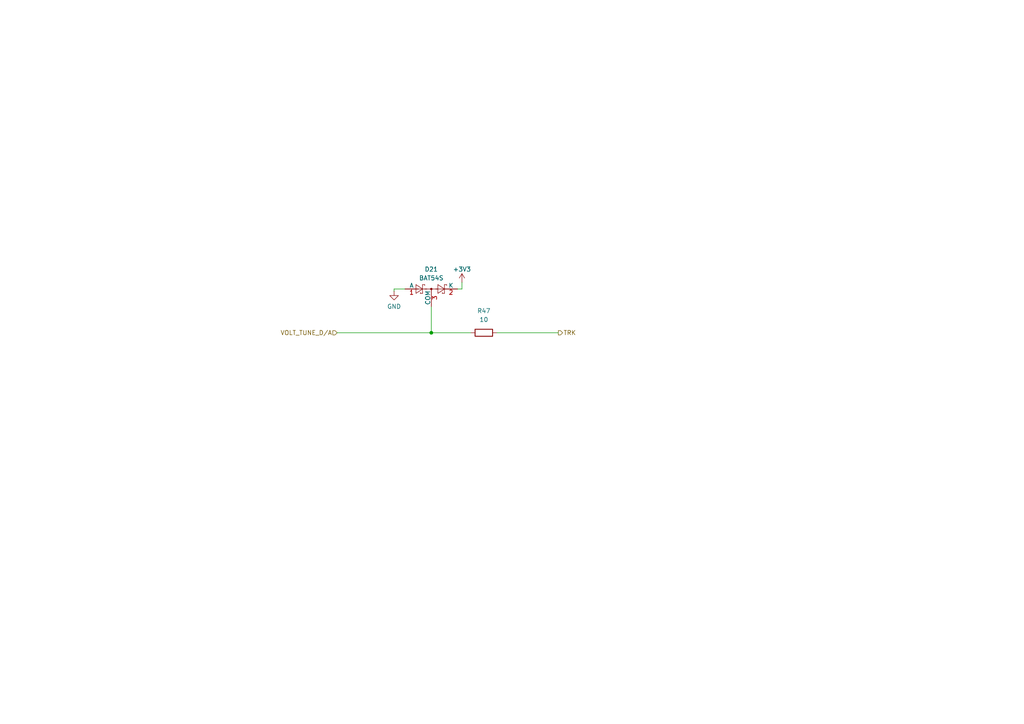
<source format=kicad_sch>
(kicad_sch (version 20231120) (generator "eeschema") (generator_version "8.0")
  (paper "A4")
  (title_block (comment 1 "Designed by: Nicholas semmens, Zeeshan Haque"))
  (lib_symbols
    (symbol "Device:R" (pin_numbers hide) (pin_names (offset 0))
      (property "Reference" "R" (at 2.032 0 90))
      (property "Value" "R" (at 0 0 90))
      (symbol "R_0_1"
        (rectangle (start -1.016 -2.54) (end 1.016 2.54) (stroke (width 0.254)))
      )
      (symbol "R_1_1"
        (pin passive line (at 0 3.81 270) (length 1.27) (name "~") (number "1"))
        (pin passive line (at 0 -3.81 90) (length 1.27) (name "~") (number "2"))
      )
    )
    (symbol "Diode:BAT54S" (pin_names (offset 0))
      (property "Reference" "D" (at 2.54 -5.08 0))
      (property "Value" "BAT54S" (at -6.35 3.175 0))
      (symbol "BAT54S_0_1"
        (polyline (pts (xy -3.81 0) (xy -1.27 0)))
        (polyline (pts (xy -3.175 -1.27) (xy -3.175 -1.016)))
        (polyline (pts (xy -2.54 -1.27) (xy -3.175 -1.27)))
        (polyline (pts (xy -2.54 -1.27) (xy -2.54 1.27)))
        (polyline (pts (xy -2.54 1.27) (xy -1.905 1.27)))
        (polyline (pts (xy -1.905 0) (xy 1.905 0)))
        (polyline (pts (xy -1.905 1.27) (xy -1.905 1.016)))
        (polyline (pts (xy 1.27 0) (xy 3.81 0)))
        (polyline (pts (xy 3.175 -1.27) (xy 3.175 -1.016)))
        (polyline (pts (xy 3.81 -1.27) (xy 3.175 -1.27)))
        (polyline (pts (xy 3.81 -1.27) (xy 3.81 1.27)))
        (polyline (pts (xy 3.81 1.27) (xy 4.445 1.27)))
        (polyline (pts (xy 4.445 1.27) (xy 4.445 1.016)))
        (polyline (pts (xy -4.445 1.27) (xy -4.445 -1.27) (xy -2.54 0) (xy -4.445 1.27)))
        (polyline (pts (xy 1.905 1.27) (xy 1.905 -1.27) (xy 3.81 0) (xy 1.905 1.27)))
        (circle (center 0 0) (radius 0.254) (fill (type outline)))
      )
      (symbol "BAT54S_1_1"
        (pin passive line (at -7.62 0 0) (length 3.81) (name "A") (number "1"))
        (pin passive line (at 7.62 0 180) (length 3.81) (name "K") (number "2"))
        (pin passive line (at 0 -5.08 90) (length 5.08) (name "COM") (number "3"))
      )
    )
    (symbol "power:+3V3" (power) (pin_names (offset 0))
      (property "Value" "+3V3" (at 0 3.556 0))
      (symbol "+3V3_0_1"
        (polyline (pts (xy -0.762 1.27) (xy 0 2.54)))
        (polyline (pts (xy 0 0) (xy 0 2.54)))
        (polyline (pts (xy 0 2.54) (xy 0.762 1.27)))
      )
      (symbol "+3V3_1_1"
        (pin power_in line (at 0 0 90) (length 0) hide (name "+3V3") (number "1"))
      )
    )
    (symbol "power:GND" (power) (pin_numbers hide) (pin_names (offset 0) hide)
      (property "Value" "GND" (at 0 -3.81 0))
      (symbol "GND_0_1"
        (polyline (pts (xy 0 0) (xy 0 -1.27) (xy 1.27 -1.27) (xy 0 -2.54) (xy -1.27 -1.27) (xy 0 -1.27)))
      )
      (symbol "GND_1_1"
        (pin power_in line (at 0 0 270) (length 0) (name "~") (number "1"))
      )
    )
  )
  (junction (at 125.095 96.52))
  (wire (pts (xy 133.985 83.82) (xy 132.715 83.82)))
  (wire (pts (xy 125.095 96.52) (xy 136.525 96.52)))
  (wire (pts (xy 97.79 96.52) (xy 125.095 96.52)))
  (wire (pts (xy 133.985 81.915) (xy 133.985 83.82)))
  (wire (pts (xy 161.925 96.52) (xy 144.145 96.52)))
  (wire (pts (xy 114.3 84.455) (xy 114.3 83.82)))
  (wire (pts (xy 125.095 88.9) (xy 125.095 96.52)))
  (wire (pts (xy 114.3 83.82) (xy 117.475 83.82)))
  (hierarchical_label "TRK" (shape output) (at 161.925 96.52 0))
  (hierarchical_label "VOLT_TUNE_D{slash}A" (shape input) (at 97.79 96.52 180))
  (symbol (lib_id "Device:R") (at 140.335 96.52 90) (unit 1)
    (property "Reference" "R47" (at 140.335 90.17 90))
    (property "Value" "10" (at 140.335 92.71 90))
    (property "Footprint" "Resistor_SMD:R_0603_1608Metric" (effects (hide yes)))
    (property "Description" "Resistor" (effects (hide yes)))
  )
  (symbol (lib_id "power:GND") (at 114.3 84.455 0) (unit 1)
    (property "Reference" "#PWR075" (effects (hide yes)))
    (property "Value" "GND" (at 114.3 88.9 0))
    (property "Description" "Power symbol creates a global label with name \"GND\" , ground" (effects (hide yes)))
  )
  (symbol (lib_id "power:+3V3") (at 133.985 81.915 0) (unit 1)
    (property "Reference" "#PWR078" (effects (hide yes)))
    (property "Value" "+3V3" (at 133.985 78.105 0))
  )
  (symbol (lib_id "Diode:BAT54S") (at 125.095 83.82 0) (unit 1)
    (property "Reference" "D21" (at 125.095 78.105 0))
    (property "Value" "BAT54S" (at 125.095 80.645 0))
    (property "Footprint" "Package_TO_SOT_SMD:SOT-23" (effects (hide yes)))
    (property "Datasheet" "https://www.diodes.com/assets/Datasheets/ds11005.pdf" (effects (hide yes)))
    (property "Description" "Vr 30V, If 200mA, Dual schottky barrier diode, in series, SOT-323" (effects (hide yes)))
  )
)
</source>
